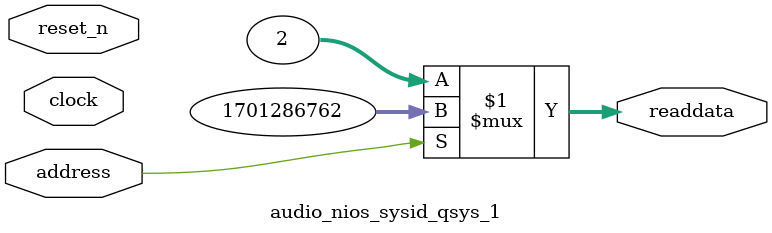
<source format=v>



// synthesis translate_off
`timescale 1ns / 1ps
// synthesis translate_on

// turn off superfluous verilog processor warnings 
// altera message_level Level1 
// altera message_off 10034 10035 10036 10037 10230 10240 10030 

module audio_nios_sysid_qsys_1 (
               // inputs:
                address,
                clock,
                reset_n,

               // outputs:
                readdata
             )
;

  output  [ 31: 0] readdata;
  input            address;
  input            clock;
  input            reset_n;

  wire    [ 31: 0] readdata;
  //control_slave, which is an e_avalon_slave
  assign readdata = address ? 1701286762 : 2;

endmodule



</source>
